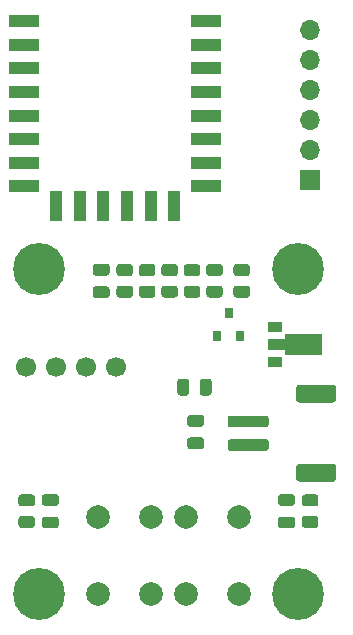
<source format=gts>
G04 #@! TF.GenerationSoftware,KiCad,Pcbnew,5.99.0+really5.1.10+dfsg1-1*
G04 #@! TF.CreationDate,2022-07-07T23:47:34+02:00*
G04 #@! TF.ProjectId,sensorbox-battery-powered,73656e73-6f72-4626-9f78-2d6261747465,rev?*
G04 #@! TF.SameCoordinates,Original*
G04 #@! TF.FileFunction,Soldermask,Top*
G04 #@! TF.FilePolarity,Negative*
%FSLAX46Y46*%
G04 Gerber Fmt 4.6, Leading zero omitted, Abs format (unit mm)*
G04 Created by KiCad (PCBNEW 5.99.0+really5.1.10+dfsg1-1) date 2022-07-07 23:47:34*
%MOMM*%
%LPD*%
G01*
G04 APERTURE LIST*
%ADD10R,0.800000X0.900000*%
%ADD11R,1.100000X2.500000*%
%ADD12R,2.500000X1.100000*%
%ADD13C,2.000000*%
%ADD14C,4.400000*%
%ADD15O,1.700000X1.700000*%
%ADD16R,1.700000X1.700000*%
%ADD17C,0.100000*%
%ADD18R,1.300000X0.900000*%
%ADD19C,1.700000*%
G04 APERTURE END LIST*
G36*
G01*
X28950000Y-34800000D02*
X26050000Y-34800000D01*
G75*
G02*
X25800000Y-34550000I0J250000D01*
G01*
X25800000Y-33550000D01*
G75*
G02*
X26050000Y-33300000I250000J0D01*
G01*
X28950000Y-33300000D01*
G75*
G02*
X29200000Y-33550000I0J-250000D01*
G01*
X29200000Y-34550000D01*
G75*
G02*
X28950000Y-34800000I-250000J0D01*
G01*
G37*
G36*
G01*
X28950000Y-41500000D02*
X26050000Y-41500000D01*
G75*
G02*
X25800000Y-41250000I0J250000D01*
G01*
X25800000Y-40250000D01*
G75*
G02*
X26050000Y-40000000I250000J0D01*
G01*
X28950000Y-40000000D01*
G75*
G02*
X29200000Y-40250000I0J-250000D01*
G01*
X29200000Y-41250000D01*
G75*
G02*
X28950000Y-41500000I-250000J0D01*
G01*
G37*
G36*
G01*
X23250000Y-36900000D02*
X20250000Y-36900000D01*
G75*
G02*
X20000000Y-36650000I0J250000D01*
G01*
X20000000Y-36150000D01*
G75*
G02*
X20250000Y-35900000I250000J0D01*
G01*
X23250000Y-35900000D01*
G75*
G02*
X23500000Y-36150000I0J-250000D01*
G01*
X23500000Y-36650000D01*
G75*
G02*
X23250000Y-36900000I-250000J0D01*
G01*
G37*
G36*
G01*
X23250000Y-38900000D02*
X20250000Y-38900000D01*
G75*
G02*
X20000000Y-38650000I0J250000D01*
G01*
X20000000Y-38150000D01*
G75*
G02*
X20250000Y-37900000I250000J0D01*
G01*
X23250000Y-37900000D01*
G75*
G02*
X23500000Y-38150000I0J-250000D01*
G01*
X23500000Y-38650000D01*
G75*
G02*
X23250000Y-38900000I-250000J0D01*
G01*
G37*
G36*
G01*
X21650001Y-24100000D02*
X20749999Y-24100000D01*
G75*
G02*
X20500000Y-23850001I0J249999D01*
G01*
X20500000Y-23324999D01*
G75*
G02*
X20749999Y-23075000I249999J0D01*
G01*
X21650001Y-23075000D01*
G75*
G02*
X21900000Y-23324999I0J-249999D01*
G01*
X21900000Y-23850001D01*
G75*
G02*
X21650001Y-24100000I-249999J0D01*
G01*
G37*
G36*
G01*
X21650001Y-25925000D02*
X20749999Y-25925000D01*
G75*
G02*
X20500000Y-25675001I0J249999D01*
G01*
X20500000Y-25149999D01*
G75*
G02*
X20749999Y-24900000I249999J0D01*
G01*
X21650001Y-24900000D01*
G75*
G02*
X21900000Y-25149999I0J-249999D01*
G01*
X21900000Y-25675001D01*
G75*
G02*
X21650001Y-25925000I-249999J0D01*
G01*
G37*
D10*
X20100000Y-27200000D03*
X21050000Y-29200000D03*
X19150000Y-29200000D03*
G36*
G01*
X16549999Y-24900000D02*
X17450001Y-24900000D01*
G75*
G02*
X17700000Y-25149999I0J-249999D01*
G01*
X17700000Y-25675001D01*
G75*
G02*
X17450001Y-25925000I-249999J0D01*
G01*
X16549999Y-25925000D01*
G75*
G02*
X16300000Y-25675001I0J249999D01*
G01*
X16300000Y-25149999D01*
G75*
G02*
X16549999Y-24900000I249999J0D01*
G01*
G37*
G36*
G01*
X16549999Y-23075000D02*
X17450001Y-23075000D01*
G75*
G02*
X17700000Y-23324999I0J-249999D01*
G01*
X17700000Y-23850001D01*
G75*
G02*
X17450001Y-24100000I-249999J0D01*
G01*
X16549999Y-24100000D01*
G75*
G02*
X16300000Y-23850001I0J249999D01*
G01*
X16300000Y-23324999D01*
G75*
G02*
X16549999Y-23075000I249999J0D01*
G01*
G37*
G36*
G01*
X19350001Y-24100000D02*
X18449999Y-24100000D01*
G75*
G02*
X18200000Y-23850001I0J249999D01*
G01*
X18200000Y-23324999D01*
G75*
G02*
X18449999Y-23075000I249999J0D01*
G01*
X19350001Y-23075000D01*
G75*
G02*
X19600000Y-23324999I0J-249999D01*
G01*
X19600000Y-23850001D01*
G75*
G02*
X19350001Y-24100000I-249999J0D01*
G01*
G37*
G36*
G01*
X19350001Y-25925000D02*
X18449999Y-25925000D01*
G75*
G02*
X18200000Y-25675001I0J249999D01*
G01*
X18200000Y-25149999D01*
G75*
G02*
X18449999Y-24900000I249999J0D01*
G01*
X19350001Y-24900000D01*
G75*
G02*
X19600000Y-25149999I0J-249999D01*
G01*
X19600000Y-25675001D01*
G75*
G02*
X19350001Y-25925000I-249999J0D01*
G01*
G37*
D11*
X15490000Y-18200000D03*
X13490000Y-18200000D03*
X11490000Y-18200000D03*
X9490000Y-18200000D03*
X7490000Y-18200000D03*
X5490000Y-18200000D03*
D12*
X18200000Y-2500000D03*
X18200000Y-4500000D03*
X18200000Y-6500000D03*
X18200000Y-8500000D03*
X18200000Y-10500000D03*
X18200000Y-12500000D03*
X18200000Y-14500000D03*
X18200000Y-16500000D03*
X2800000Y-16500000D03*
X2800000Y-14500000D03*
X2800000Y-12500000D03*
X2800000Y-10500000D03*
X2800000Y-8500000D03*
X2800000Y-6500000D03*
X2800000Y-4500000D03*
X2800000Y-2500000D03*
D13*
X9000000Y-44500000D03*
X13500000Y-44500000D03*
X9000000Y-51000000D03*
X13500000Y-51000000D03*
X16500000Y-44500000D03*
X21000000Y-44500000D03*
X16500000Y-51000000D03*
X21000000Y-51000000D03*
G36*
G01*
X5475000Y-43550000D02*
X4525000Y-43550000D01*
G75*
G02*
X4275000Y-43300000I0J250000D01*
G01*
X4275000Y-42800000D01*
G75*
G02*
X4525000Y-42550000I250000J0D01*
G01*
X5475000Y-42550000D01*
G75*
G02*
X5725000Y-42800000I0J-250000D01*
G01*
X5725000Y-43300000D01*
G75*
G02*
X5475000Y-43550000I-250000J0D01*
G01*
G37*
G36*
G01*
X5475000Y-45450000D02*
X4525000Y-45450000D01*
G75*
G02*
X4275000Y-45200000I0J250000D01*
G01*
X4275000Y-44700000D01*
G75*
G02*
X4525000Y-44450000I250000J0D01*
G01*
X5475000Y-44450000D01*
G75*
G02*
X5725000Y-44700000I0J-250000D01*
G01*
X5725000Y-45200000D01*
G75*
G02*
X5475000Y-45450000I-250000J0D01*
G01*
G37*
D14*
X4000000Y-51000000D03*
X4000000Y-23500000D03*
D15*
X27000000Y-3300000D03*
X27000000Y-5840000D03*
X27000000Y-8380000D03*
X27000000Y-10920000D03*
X27000000Y-13460000D03*
D16*
X27000000Y-16000000D03*
G36*
G01*
X3450001Y-43600000D02*
X2549999Y-43600000D01*
G75*
G02*
X2300000Y-43350001I0J249999D01*
G01*
X2300000Y-42824999D01*
G75*
G02*
X2549999Y-42575000I249999J0D01*
G01*
X3450001Y-42575000D01*
G75*
G02*
X3700000Y-42824999I0J-249999D01*
G01*
X3700000Y-43350001D01*
G75*
G02*
X3450001Y-43600000I-249999J0D01*
G01*
G37*
G36*
G01*
X3450001Y-45425000D02*
X2549999Y-45425000D01*
G75*
G02*
X2300000Y-45175001I0J249999D01*
G01*
X2300000Y-44649999D01*
G75*
G02*
X2549999Y-44400000I249999J0D01*
G01*
X3450001Y-44400000D01*
G75*
G02*
X3700000Y-44649999I0J-249999D01*
G01*
X3700000Y-45175001D01*
G75*
G02*
X3450001Y-45425000I-249999J0D01*
G01*
G37*
G36*
G01*
X25475000Y-43550000D02*
X24525000Y-43550000D01*
G75*
G02*
X24275000Y-43300000I0J250000D01*
G01*
X24275000Y-42800000D01*
G75*
G02*
X24525000Y-42550000I250000J0D01*
G01*
X25475000Y-42550000D01*
G75*
G02*
X25725000Y-42800000I0J-250000D01*
G01*
X25725000Y-43300000D01*
G75*
G02*
X25475000Y-43550000I-250000J0D01*
G01*
G37*
G36*
G01*
X25475000Y-45450000D02*
X24525000Y-45450000D01*
G75*
G02*
X24275000Y-45200000I0J250000D01*
G01*
X24275000Y-44700000D01*
G75*
G02*
X24525000Y-44450000I250000J0D01*
G01*
X25475000Y-44450000D01*
G75*
G02*
X25725000Y-44700000I0J-250000D01*
G01*
X25725000Y-45200000D01*
G75*
G02*
X25475000Y-45450000I-250000J0D01*
G01*
G37*
D17*
G36*
X28000000Y-30766500D02*
G01*
X24875000Y-30766500D01*
X24875000Y-30350000D01*
X23400000Y-30350000D01*
X23400000Y-29450000D01*
X24875000Y-29450000D01*
X24875000Y-29033500D01*
X28000000Y-29033500D01*
X28000000Y-30766500D01*
G37*
D18*
X24050000Y-31400000D03*
X24050000Y-28400000D03*
D14*
X26000000Y-23500000D03*
G36*
G01*
X17775000Y-36850000D02*
X16825000Y-36850000D01*
G75*
G02*
X16575000Y-36600000I0J250000D01*
G01*
X16575000Y-36100000D01*
G75*
G02*
X16825000Y-35850000I250000J0D01*
G01*
X17775000Y-35850000D01*
G75*
G02*
X18025000Y-36100000I0J-250000D01*
G01*
X18025000Y-36600000D01*
G75*
G02*
X17775000Y-36850000I-250000J0D01*
G01*
G37*
G36*
G01*
X17775000Y-38750000D02*
X16825000Y-38750000D01*
G75*
G02*
X16575000Y-38500000I0J250000D01*
G01*
X16575000Y-38000000D01*
G75*
G02*
X16825000Y-37750000I250000J0D01*
G01*
X17775000Y-37750000D01*
G75*
G02*
X18025000Y-38000000I0J-250000D01*
G01*
X18025000Y-38500000D01*
G75*
G02*
X17775000Y-38750000I-250000J0D01*
G01*
G37*
G36*
G01*
X16750000Y-33025000D02*
X16750000Y-33975000D01*
G75*
G02*
X16500000Y-34225000I-250000J0D01*
G01*
X16000000Y-34225000D01*
G75*
G02*
X15750000Y-33975000I0J250000D01*
G01*
X15750000Y-33025000D01*
G75*
G02*
X16000000Y-32775000I250000J0D01*
G01*
X16500000Y-32775000D01*
G75*
G02*
X16750000Y-33025000I0J-250000D01*
G01*
G37*
G36*
G01*
X18650000Y-33025000D02*
X18650000Y-33975000D01*
G75*
G02*
X18400000Y-34225000I-250000J0D01*
G01*
X17900000Y-34225000D01*
G75*
G02*
X17650000Y-33975000I0J250000D01*
G01*
X17650000Y-33025000D01*
G75*
G02*
X17900000Y-32775000I250000J0D01*
G01*
X18400000Y-32775000D01*
G75*
G02*
X18650000Y-33025000I0J-250000D01*
G01*
G37*
G36*
G01*
X13650001Y-24100000D02*
X12749999Y-24100000D01*
G75*
G02*
X12500000Y-23850001I0J249999D01*
G01*
X12500000Y-23324999D01*
G75*
G02*
X12749999Y-23075000I249999J0D01*
G01*
X13650001Y-23075000D01*
G75*
G02*
X13900000Y-23324999I0J-249999D01*
G01*
X13900000Y-23850001D01*
G75*
G02*
X13650001Y-24100000I-249999J0D01*
G01*
G37*
G36*
G01*
X13650001Y-25925000D02*
X12749999Y-25925000D01*
G75*
G02*
X12500000Y-25675001I0J249999D01*
G01*
X12500000Y-25149999D01*
G75*
G02*
X12749999Y-24900000I249999J0D01*
G01*
X13650001Y-24900000D01*
G75*
G02*
X13900000Y-25149999I0J-249999D01*
G01*
X13900000Y-25675001D01*
G75*
G02*
X13650001Y-25925000I-249999J0D01*
G01*
G37*
G36*
G01*
X8825000Y-24950000D02*
X9775000Y-24950000D01*
G75*
G02*
X10025000Y-25200000I0J-250000D01*
G01*
X10025000Y-25700000D01*
G75*
G02*
X9775000Y-25950000I-250000J0D01*
G01*
X8825000Y-25950000D01*
G75*
G02*
X8575000Y-25700000I0J250000D01*
G01*
X8575000Y-25200000D01*
G75*
G02*
X8825000Y-24950000I250000J0D01*
G01*
G37*
G36*
G01*
X8825000Y-23050000D02*
X9775000Y-23050000D01*
G75*
G02*
X10025000Y-23300000I0J-250000D01*
G01*
X10025000Y-23800000D01*
G75*
G02*
X9775000Y-24050000I-250000J0D01*
G01*
X8825000Y-24050000D01*
G75*
G02*
X8575000Y-23800000I0J250000D01*
G01*
X8575000Y-23300000D01*
G75*
G02*
X8825000Y-23050000I250000J0D01*
G01*
G37*
G36*
G01*
X15550001Y-24100000D02*
X14649999Y-24100000D01*
G75*
G02*
X14400000Y-23850001I0J249999D01*
G01*
X14400000Y-23324999D01*
G75*
G02*
X14649999Y-23075000I249999J0D01*
G01*
X15550001Y-23075000D01*
G75*
G02*
X15800000Y-23324999I0J-249999D01*
G01*
X15800000Y-23850001D01*
G75*
G02*
X15550001Y-24100000I-249999J0D01*
G01*
G37*
G36*
G01*
X15550001Y-25925000D02*
X14649999Y-25925000D01*
G75*
G02*
X14400000Y-25675001I0J249999D01*
G01*
X14400000Y-25149999D01*
G75*
G02*
X14649999Y-24900000I249999J0D01*
G01*
X15550001Y-24900000D01*
G75*
G02*
X15800000Y-25149999I0J-249999D01*
G01*
X15800000Y-25675001D01*
G75*
G02*
X15550001Y-25925000I-249999J0D01*
G01*
G37*
G36*
G01*
X10849999Y-24900000D02*
X11750001Y-24900000D01*
G75*
G02*
X12000000Y-25149999I0J-249999D01*
G01*
X12000000Y-25675001D01*
G75*
G02*
X11750001Y-25925000I-249999J0D01*
G01*
X10849999Y-25925000D01*
G75*
G02*
X10600000Y-25675001I0J249999D01*
G01*
X10600000Y-25149999D01*
G75*
G02*
X10849999Y-24900000I249999J0D01*
G01*
G37*
G36*
G01*
X10849999Y-23075000D02*
X11750001Y-23075000D01*
G75*
G02*
X12000000Y-23324999I0J-249999D01*
G01*
X12000000Y-23850001D01*
G75*
G02*
X11750001Y-24100000I-249999J0D01*
G01*
X10849999Y-24100000D01*
G75*
G02*
X10600000Y-23850001I0J249999D01*
G01*
X10600000Y-23324999D01*
G75*
G02*
X10849999Y-23075000I249999J0D01*
G01*
G37*
X26000000Y-51000000D03*
G36*
G01*
X26549999Y-44400000D02*
X27450001Y-44400000D01*
G75*
G02*
X27700000Y-44649999I0J-249999D01*
G01*
X27700000Y-45175001D01*
G75*
G02*
X27450001Y-45425000I-249999J0D01*
G01*
X26549999Y-45425000D01*
G75*
G02*
X26300000Y-45175001I0J249999D01*
G01*
X26300000Y-44649999D01*
G75*
G02*
X26549999Y-44400000I249999J0D01*
G01*
G37*
G36*
G01*
X26549999Y-42575000D02*
X27450001Y-42575000D01*
G75*
G02*
X27700000Y-42824999I0J-249999D01*
G01*
X27700000Y-43350001D01*
G75*
G02*
X27450001Y-43600000I-249999J0D01*
G01*
X26549999Y-43600000D01*
G75*
G02*
X26300000Y-43350001I0J249999D01*
G01*
X26300000Y-42824999D01*
G75*
G02*
X26549999Y-42575000I249999J0D01*
G01*
G37*
D19*
X10560000Y-31750000D03*
X8020000Y-31750000D03*
X5480000Y-31750000D03*
X2940000Y-31750000D03*
M02*

</source>
